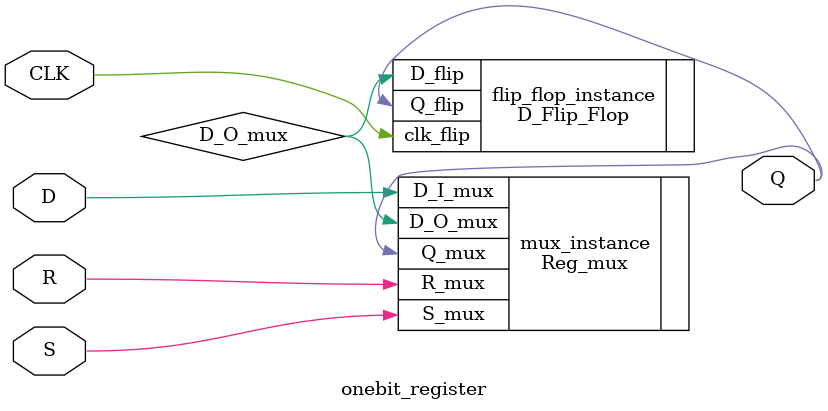
<source format=v>
`include "../Mealy FSM/Reg_mux.v"
`include "../Mealy FSM/D_Flip_Flop.v"

module onebit_register (input D, input S, input R, input CLK, output Q);

  wire D_O_mux; // Output from the multiplexer 

  Reg_mux mux_instance (
    .S_mux(S),
    .R_mux(R),
    .D_I_mux(D), 
    .Q_mux(Q), // Connect the Q output of the flip-flop to the input of the multiplexer  
    .D_O_mux(D_O_mux)
  );

  D_Flip_Flop flip_flop_instance (
    .D_flip(D_O_mux), // Connect the input of the flip-flop to the multiplexer's output
    .Q_flip(Q),
    .clk_flip(CLK)
  );

endmodule

</source>
